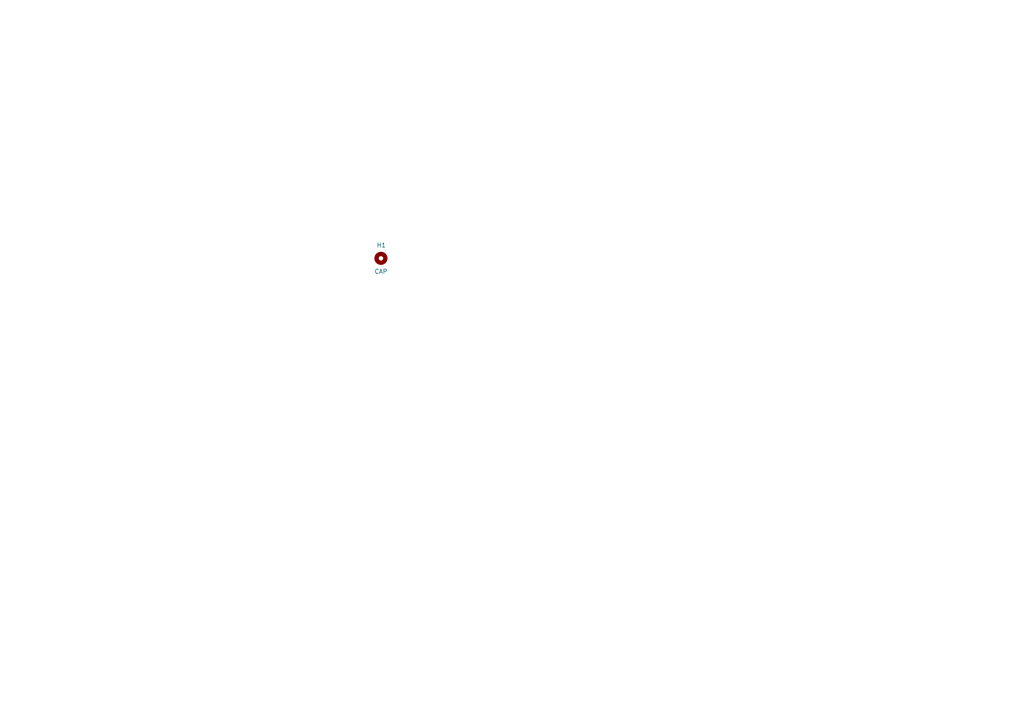
<source format=kicad_sch>
(kicad_sch (version 20211123) (generator eeschema)
  (paper "A4")
  (lib_symbols
    (symbol "Mechanical:MountingHole" (pin_names (offset 1.016))
      (property "Reference" "H" (at 0 5.08 0))
      (property "Value" "MountingHole" (at 0 3.175 0))
      (symbol "MountingHole_0_1"
        (circle (center 0 0) (radius 1.27) (stroke (width 1.27)))
      )
    )
  )
  (symbol (lib_id "Mechanical:MountingHole") (at 110.49 74.93 90) (mirror x) (unit 1)
    (property "Reference" "H1" (at 109.22 71.12 90) (effects (justify right)))
    (property "Value" "CAP" (at 110.49 78.74 90))
    (property "Footprint" "Empty:Empty" (effects hide))
    (property "Device" "Cap" (effects hide))
    (property "Description" "CAP PUSHBUTTON ROUND BLACK" (effects hide))
    (property "Place" "No" (effects hide))
    (property "Dist" "Digikey" (effects hide))
    (property "DistLink" "https://www.digikey.com/en/products/detail/e-switch/1RBLK/271579" (effects hide))
    (property "DistPartNumber" "EG1882-ND" (effects hide))
    (property "Simulator" "erb::Tl1105" (effects hide))
  )
)
</source>
